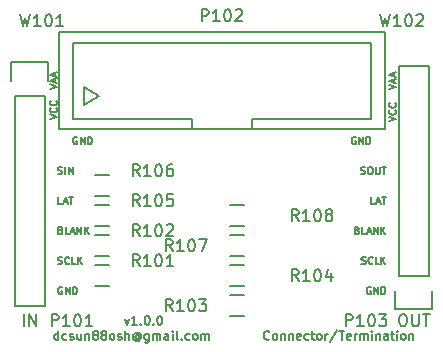
<source format=gbr>
G04 #@! TF.FileFunction,Legend,Top*
%FSLAX46Y46*%
G04 Gerber Fmt 4.6, Leading zero omitted, Abs format (unit mm)*
G04 Created by KiCad (PCBNEW (2015-12-09 BZR 6195)-product) date Sat Jun 25 23:21:16 2016*
%MOMM*%
G01*
G04 APERTURE LIST*
%ADD10C,0.100000*%
%ADD11C,0.150000*%
%ADD12C,2.032000*%
%ADD13C,1.016000*%
%ADD14R,1.500000X1.300000*%
%ADD15R,2.032000X1.778000*%
%ADD16C,2.499360*%
%ADD17R,1.778000X1.778000*%
%ADD18C,1.778000*%
%ADD19C,1.270000*%
G04 APERTURE END LIST*
D10*
D11*
X156108572Y-94950000D02*
X156051429Y-94921429D01*
X155965715Y-94921429D01*
X155880000Y-94950000D01*
X155822858Y-95007143D01*
X155794286Y-95064286D01*
X155765715Y-95178571D01*
X155765715Y-95264286D01*
X155794286Y-95378571D01*
X155822858Y-95435714D01*
X155880000Y-95492857D01*
X155965715Y-95521429D01*
X156022858Y-95521429D01*
X156108572Y-95492857D01*
X156137143Y-95464286D01*
X156137143Y-95264286D01*
X156022858Y-95264286D01*
X156394286Y-95521429D02*
X156394286Y-94921429D01*
X156737143Y-95521429D01*
X156737143Y-94921429D01*
X157022857Y-95521429D02*
X157022857Y-94921429D01*
X157165714Y-94921429D01*
X157251429Y-94950000D01*
X157308571Y-95007143D01*
X157337143Y-95064286D01*
X157365714Y-95178571D01*
X157365714Y-95264286D01*
X157337143Y-95378571D01*
X157308571Y-95435714D01*
X157251429Y-95492857D01*
X157165714Y-95521429D01*
X157022857Y-95521429D01*
X157378572Y-107650000D02*
X157321429Y-107621429D01*
X157235715Y-107621429D01*
X157150000Y-107650000D01*
X157092858Y-107707143D01*
X157064286Y-107764286D01*
X157035715Y-107878571D01*
X157035715Y-107964286D01*
X157064286Y-108078571D01*
X157092858Y-108135714D01*
X157150000Y-108192857D01*
X157235715Y-108221429D01*
X157292858Y-108221429D01*
X157378572Y-108192857D01*
X157407143Y-108164286D01*
X157407143Y-107964286D01*
X157292858Y-107964286D01*
X157664286Y-108221429D02*
X157664286Y-107621429D01*
X158007143Y-108221429D01*
X158007143Y-107621429D01*
X158292857Y-108221429D02*
X158292857Y-107621429D01*
X158435714Y-107621429D01*
X158521429Y-107650000D01*
X158578571Y-107707143D01*
X158607143Y-107764286D01*
X158635714Y-107878571D01*
X158635714Y-107964286D01*
X158607143Y-108078571D01*
X158578571Y-108135714D01*
X158521429Y-108192857D01*
X158435714Y-108221429D01*
X158292857Y-108221429D01*
X156264286Y-102827143D02*
X156350000Y-102855714D01*
X156378572Y-102884286D01*
X156407143Y-102941429D01*
X156407143Y-103027143D01*
X156378572Y-103084286D01*
X156350000Y-103112857D01*
X156292858Y-103141429D01*
X156064286Y-103141429D01*
X156064286Y-102541429D01*
X156264286Y-102541429D01*
X156321429Y-102570000D01*
X156350000Y-102598571D01*
X156378572Y-102655714D01*
X156378572Y-102712857D01*
X156350000Y-102770000D01*
X156321429Y-102798571D01*
X156264286Y-102827143D01*
X156064286Y-102827143D01*
X156950000Y-103141429D02*
X156664286Y-103141429D01*
X156664286Y-102541429D01*
X157121429Y-102970000D02*
X157407143Y-102970000D01*
X157064286Y-103141429D02*
X157264286Y-102541429D01*
X157464286Y-103141429D01*
X157664286Y-103141429D02*
X157664286Y-102541429D01*
X158007143Y-103141429D01*
X158007143Y-102541429D01*
X158292857Y-103141429D02*
X158292857Y-102541429D01*
X158635714Y-103141429D02*
X158378571Y-102798571D01*
X158635714Y-102541429D02*
X158292857Y-102884286D01*
X156607143Y-105652857D02*
X156692857Y-105681429D01*
X156835714Y-105681429D01*
X156892857Y-105652857D01*
X156921428Y-105624286D01*
X156950000Y-105567143D01*
X156950000Y-105510000D01*
X156921428Y-105452857D01*
X156892857Y-105424286D01*
X156835714Y-105395714D01*
X156721428Y-105367143D01*
X156664286Y-105338571D01*
X156635714Y-105310000D01*
X156607143Y-105252857D01*
X156607143Y-105195714D01*
X156635714Y-105138571D01*
X156664286Y-105110000D01*
X156721428Y-105081429D01*
X156864286Y-105081429D01*
X156950000Y-105110000D01*
X157550000Y-105624286D02*
X157521429Y-105652857D01*
X157435715Y-105681429D01*
X157378572Y-105681429D01*
X157292857Y-105652857D01*
X157235715Y-105595714D01*
X157207143Y-105538571D01*
X157178572Y-105424286D01*
X157178572Y-105338571D01*
X157207143Y-105224286D01*
X157235715Y-105167143D01*
X157292857Y-105110000D01*
X157378572Y-105081429D01*
X157435715Y-105081429D01*
X157521429Y-105110000D01*
X157550000Y-105138571D01*
X158092857Y-105681429D02*
X157807143Y-105681429D01*
X157807143Y-105081429D01*
X158292857Y-105681429D02*
X158292857Y-105081429D01*
X158635714Y-105681429D02*
X158378571Y-105338571D01*
X158635714Y-105081429D02*
X158292857Y-105424286D01*
X157721428Y-100601429D02*
X157435714Y-100601429D01*
X157435714Y-100001429D01*
X157892857Y-100430000D02*
X158178571Y-100430000D01*
X157835714Y-100601429D02*
X158035714Y-100001429D01*
X158235714Y-100601429D01*
X158350000Y-100001429D02*
X158692857Y-100001429D01*
X158521428Y-100601429D02*
X158521428Y-100001429D01*
X160036000Y-109942381D02*
X160226477Y-109942381D01*
X160321715Y-109990000D01*
X160416953Y-110085238D01*
X160464572Y-110275714D01*
X160464572Y-110609048D01*
X160416953Y-110799524D01*
X160321715Y-110894762D01*
X160226477Y-110942381D01*
X160036000Y-110942381D01*
X159940762Y-110894762D01*
X159845524Y-110799524D01*
X159797905Y-110609048D01*
X159797905Y-110275714D01*
X159845524Y-110085238D01*
X159940762Y-109990000D01*
X160036000Y-109942381D01*
X160893143Y-109942381D02*
X160893143Y-110751905D01*
X160940762Y-110847143D01*
X160988381Y-110894762D01*
X161083619Y-110942381D01*
X161274096Y-110942381D01*
X161369334Y-110894762D01*
X161416953Y-110847143D01*
X161464572Y-110751905D01*
X161464572Y-109942381D01*
X161797905Y-109942381D02*
X162369334Y-109942381D01*
X162083619Y-110942381D02*
X162083619Y-109942381D01*
X128000191Y-110942381D02*
X128000191Y-109942381D01*
X128476381Y-110942381D02*
X128476381Y-109942381D01*
X129047810Y-110942381D01*
X129047810Y-109942381D01*
X130227429Y-90874857D02*
X130827429Y-90674857D01*
X130227429Y-90474857D01*
X130656000Y-90303428D02*
X130656000Y-90017714D01*
X130827429Y-90360571D02*
X130227429Y-90160571D01*
X130827429Y-89960571D01*
X130656000Y-89789142D02*
X130656000Y-89503428D01*
X130827429Y-89846285D02*
X130227429Y-89646285D01*
X130827429Y-89446285D01*
X130227429Y-93414857D02*
X130827429Y-93214857D01*
X130227429Y-93014857D01*
X130770286Y-92472000D02*
X130798857Y-92500571D01*
X130827429Y-92586285D01*
X130827429Y-92643428D01*
X130798857Y-92729143D01*
X130741714Y-92786285D01*
X130684571Y-92814857D01*
X130570286Y-92843428D01*
X130484571Y-92843428D01*
X130370286Y-92814857D01*
X130313143Y-92786285D01*
X130256000Y-92729143D01*
X130227429Y-92643428D01*
X130227429Y-92586285D01*
X130256000Y-92500571D01*
X130284571Y-92472000D01*
X130770286Y-91872000D02*
X130798857Y-91900571D01*
X130827429Y-91986285D01*
X130827429Y-92043428D01*
X130798857Y-92129143D01*
X130741714Y-92186285D01*
X130684571Y-92214857D01*
X130570286Y-92243428D01*
X130484571Y-92243428D01*
X130370286Y-92214857D01*
X130313143Y-92186285D01*
X130256000Y-92129143D01*
X130227429Y-92043428D01*
X130227429Y-91986285D01*
X130256000Y-91900571D01*
X130284571Y-91872000D01*
X136568857Y-110329286D02*
X136747428Y-110829286D01*
X136926000Y-110329286D01*
X137604572Y-110829286D02*
X137176000Y-110829286D01*
X137390286Y-110829286D02*
X137390286Y-110079286D01*
X137318857Y-110186429D01*
X137247429Y-110257857D01*
X137176000Y-110293571D01*
X137926000Y-110757857D02*
X137961715Y-110793571D01*
X137926000Y-110829286D01*
X137890286Y-110793571D01*
X137926000Y-110757857D01*
X137926000Y-110829286D01*
X138426001Y-110079286D02*
X138497429Y-110079286D01*
X138568858Y-110115000D01*
X138604572Y-110150714D01*
X138640286Y-110222143D01*
X138676001Y-110365000D01*
X138676001Y-110543571D01*
X138640286Y-110686429D01*
X138604572Y-110757857D01*
X138568858Y-110793571D01*
X138497429Y-110829286D01*
X138426001Y-110829286D01*
X138354572Y-110793571D01*
X138318858Y-110757857D01*
X138283143Y-110686429D01*
X138247429Y-110543571D01*
X138247429Y-110365000D01*
X138283143Y-110222143D01*
X138318858Y-110150714D01*
X138354572Y-110115000D01*
X138426001Y-110079286D01*
X138997429Y-110757857D02*
X139033144Y-110793571D01*
X138997429Y-110829286D01*
X138961715Y-110793571D01*
X138997429Y-110757857D01*
X138997429Y-110829286D01*
X139497430Y-110079286D02*
X139568858Y-110079286D01*
X139640287Y-110115000D01*
X139676001Y-110150714D01*
X139711715Y-110222143D01*
X139747430Y-110365000D01*
X139747430Y-110543571D01*
X139711715Y-110686429D01*
X139676001Y-110757857D01*
X139640287Y-110793571D01*
X139568858Y-110829286D01*
X139497430Y-110829286D01*
X139426001Y-110793571D01*
X139390287Y-110757857D01*
X139354572Y-110686429D01*
X139318858Y-110543571D01*
X139318858Y-110365000D01*
X139354572Y-110222143D01*
X139390287Y-110150714D01*
X139426001Y-110115000D01*
X139497430Y-110079286D01*
X148811002Y-112027857D02*
X148775288Y-112063571D01*
X148668145Y-112099286D01*
X148596716Y-112099286D01*
X148489573Y-112063571D01*
X148418145Y-111992143D01*
X148382430Y-111920714D01*
X148346716Y-111777857D01*
X148346716Y-111670714D01*
X148382430Y-111527857D01*
X148418145Y-111456429D01*
X148489573Y-111385000D01*
X148596716Y-111349286D01*
X148668145Y-111349286D01*
X148775288Y-111385000D01*
X148811002Y-111420714D01*
X149239573Y-112099286D02*
X149168145Y-112063571D01*
X149132430Y-112027857D01*
X149096716Y-111956429D01*
X149096716Y-111742143D01*
X149132430Y-111670714D01*
X149168145Y-111635000D01*
X149239573Y-111599286D01*
X149346716Y-111599286D01*
X149418145Y-111635000D01*
X149453859Y-111670714D01*
X149489573Y-111742143D01*
X149489573Y-111956429D01*
X149453859Y-112027857D01*
X149418145Y-112063571D01*
X149346716Y-112099286D01*
X149239573Y-112099286D01*
X149811001Y-111599286D02*
X149811001Y-112099286D01*
X149811001Y-111670714D02*
X149846716Y-111635000D01*
X149918144Y-111599286D01*
X150025287Y-111599286D01*
X150096716Y-111635000D01*
X150132430Y-111706429D01*
X150132430Y-112099286D01*
X150489572Y-111599286D02*
X150489572Y-112099286D01*
X150489572Y-111670714D02*
X150525287Y-111635000D01*
X150596715Y-111599286D01*
X150703858Y-111599286D01*
X150775287Y-111635000D01*
X150811001Y-111706429D01*
X150811001Y-112099286D01*
X151453858Y-112063571D02*
X151382429Y-112099286D01*
X151239572Y-112099286D01*
X151168143Y-112063571D01*
X151132429Y-111992143D01*
X151132429Y-111706429D01*
X151168143Y-111635000D01*
X151239572Y-111599286D01*
X151382429Y-111599286D01*
X151453858Y-111635000D01*
X151489572Y-111706429D01*
X151489572Y-111777857D01*
X151132429Y-111849286D01*
X152132429Y-112063571D02*
X152061000Y-112099286D01*
X151918143Y-112099286D01*
X151846715Y-112063571D01*
X151811000Y-112027857D01*
X151775286Y-111956429D01*
X151775286Y-111742143D01*
X151811000Y-111670714D01*
X151846715Y-111635000D01*
X151918143Y-111599286D01*
X152061000Y-111599286D01*
X152132429Y-111635000D01*
X152346715Y-111599286D02*
X152632429Y-111599286D01*
X152453857Y-111349286D02*
X152453857Y-111992143D01*
X152489572Y-112063571D01*
X152561000Y-112099286D01*
X152632429Y-112099286D01*
X152989571Y-112099286D02*
X152918143Y-112063571D01*
X152882428Y-112027857D01*
X152846714Y-111956429D01*
X152846714Y-111742143D01*
X152882428Y-111670714D01*
X152918143Y-111635000D01*
X152989571Y-111599286D01*
X153096714Y-111599286D01*
X153168143Y-111635000D01*
X153203857Y-111670714D01*
X153239571Y-111742143D01*
X153239571Y-111956429D01*
X153203857Y-112027857D01*
X153168143Y-112063571D01*
X153096714Y-112099286D01*
X152989571Y-112099286D01*
X153560999Y-112099286D02*
X153560999Y-111599286D01*
X153560999Y-111742143D02*
X153596714Y-111670714D01*
X153632428Y-111635000D01*
X153703857Y-111599286D01*
X153775285Y-111599286D01*
X154561000Y-111313571D02*
X153918143Y-112277857D01*
X154703857Y-111349286D02*
X155132428Y-111349286D01*
X154918142Y-112099286D02*
X154918142Y-111349286D01*
X155668143Y-112063571D02*
X155596714Y-112099286D01*
X155453857Y-112099286D01*
X155382428Y-112063571D01*
X155346714Y-111992143D01*
X155346714Y-111706429D01*
X155382428Y-111635000D01*
X155453857Y-111599286D01*
X155596714Y-111599286D01*
X155668143Y-111635000D01*
X155703857Y-111706429D01*
X155703857Y-111777857D01*
X155346714Y-111849286D01*
X156025285Y-112099286D02*
X156025285Y-111599286D01*
X156025285Y-111742143D02*
X156061000Y-111670714D01*
X156096714Y-111635000D01*
X156168143Y-111599286D01*
X156239571Y-111599286D01*
X156489571Y-112099286D02*
X156489571Y-111599286D01*
X156489571Y-111670714D02*
X156525286Y-111635000D01*
X156596714Y-111599286D01*
X156703857Y-111599286D01*
X156775286Y-111635000D01*
X156811000Y-111706429D01*
X156811000Y-112099286D01*
X156811000Y-111706429D02*
X156846714Y-111635000D01*
X156918143Y-111599286D01*
X157025286Y-111599286D01*
X157096714Y-111635000D01*
X157132429Y-111706429D01*
X157132429Y-112099286D01*
X157489571Y-112099286D02*
X157489571Y-111599286D01*
X157489571Y-111349286D02*
X157453857Y-111385000D01*
X157489571Y-111420714D01*
X157525286Y-111385000D01*
X157489571Y-111349286D01*
X157489571Y-111420714D01*
X157846714Y-111599286D02*
X157846714Y-112099286D01*
X157846714Y-111670714D02*
X157882429Y-111635000D01*
X157953857Y-111599286D01*
X158061000Y-111599286D01*
X158132429Y-111635000D01*
X158168143Y-111706429D01*
X158168143Y-112099286D01*
X158846714Y-112099286D02*
X158846714Y-111706429D01*
X158811000Y-111635000D01*
X158739571Y-111599286D01*
X158596714Y-111599286D01*
X158525285Y-111635000D01*
X158846714Y-112063571D02*
X158775285Y-112099286D01*
X158596714Y-112099286D01*
X158525285Y-112063571D01*
X158489571Y-111992143D01*
X158489571Y-111920714D01*
X158525285Y-111849286D01*
X158596714Y-111813571D01*
X158775285Y-111813571D01*
X158846714Y-111777857D01*
X159096714Y-111599286D02*
X159382428Y-111599286D01*
X159203856Y-111349286D02*
X159203856Y-111992143D01*
X159239571Y-112063571D01*
X159310999Y-112099286D01*
X159382428Y-112099286D01*
X159632427Y-112099286D02*
X159632427Y-111599286D01*
X159632427Y-111349286D02*
X159596713Y-111385000D01*
X159632427Y-111420714D01*
X159668142Y-111385000D01*
X159632427Y-111349286D01*
X159632427Y-111420714D01*
X160096713Y-112099286D02*
X160025285Y-112063571D01*
X159989570Y-112027857D01*
X159953856Y-111956429D01*
X159953856Y-111742143D01*
X159989570Y-111670714D01*
X160025285Y-111635000D01*
X160096713Y-111599286D01*
X160203856Y-111599286D01*
X160275285Y-111635000D01*
X160310999Y-111670714D01*
X160346713Y-111742143D01*
X160346713Y-111956429D01*
X160310999Y-112027857D01*
X160275285Y-112063571D01*
X160203856Y-112099286D01*
X160096713Y-112099286D01*
X160668141Y-111599286D02*
X160668141Y-112099286D01*
X160668141Y-111670714D02*
X160703856Y-111635000D01*
X160775284Y-111599286D01*
X160882427Y-111599286D01*
X160953856Y-111635000D01*
X160989570Y-111706429D01*
X160989570Y-112099286D01*
X130945716Y-112099286D02*
X130945716Y-111349286D01*
X130945716Y-112063571D02*
X130874287Y-112099286D01*
X130731430Y-112099286D01*
X130660002Y-112063571D01*
X130624287Y-112027857D01*
X130588573Y-111956429D01*
X130588573Y-111742143D01*
X130624287Y-111670714D01*
X130660002Y-111635000D01*
X130731430Y-111599286D01*
X130874287Y-111599286D01*
X130945716Y-111635000D01*
X131624287Y-112063571D02*
X131552858Y-112099286D01*
X131410001Y-112099286D01*
X131338573Y-112063571D01*
X131302858Y-112027857D01*
X131267144Y-111956429D01*
X131267144Y-111742143D01*
X131302858Y-111670714D01*
X131338573Y-111635000D01*
X131410001Y-111599286D01*
X131552858Y-111599286D01*
X131624287Y-111635000D01*
X131910001Y-112063571D02*
X131981430Y-112099286D01*
X132124287Y-112099286D01*
X132195715Y-112063571D01*
X132231430Y-111992143D01*
X132231430Y-111956429D01*
X132195715Y-111885000D01*
X132124287Y-111849286D01*
X132017144Y-111849286D01*
X131945715Y-111813571D01*
X131910001Y-111742143D01*
X131910001Y-111706429D01*
X131945715Y-111635000D01*
X132017144Y-111599286D01*
X132124287Y-111599286D01*
X132195715Y-111635000D01*
X132874287Y-111599286D02*
X132874287Y-112099286D01*
X132552858Y-111599286D02*
X132552858Y-111992143D01*
X132588573Y-112063571D01*
X132660001Y-112099286D01*
X132767144Y-112099286D01*
X132838573Y-112063571D01*
X132874287Y-112027857D01*
X133231429Y-111599286D02*
X133231429Y-112099286D01*
X133231429Y-111670714D02*
X133267144Y-111635000D01*
X133338572Y-111599286D01*
X133445715Y-111599286D01*
X133517144Y-111635000D01*
X133552858Y-111706429D01*
X133552858Y-112099286D01*
X134017143Y-111670714D02*
X133945715Y-111635000D01*
X133910000Y-111599286D01*
X133874286Y-111527857D01*
X133874286Y-111492143D01*
X133910000Y-111420714D01*
X133945715Y-111385000D01*
X134017143Y-111349286D01*
X134160000Y-111349286D01*
X134231429Y-111385000D01*
X134267143Y-111420714D01*
X134302858Y-111492143D01*
X134302858Y-111527857D01*
X134267143Y-111599286D01*
X134231429Y-111635000D01*
X134160000Y-111670714D01*
X134017143Y-111670714D01*
X133945715Y-111706429D01*
X133910000Y-111742143D01*
X133874286Y-111813571D01*
X133874286Y-111956429D01*
X133910000Y-112027857D01*
X133945715Y-112063571D01*
X134017143Y-112099286D01*
X134160000Y-112099286D01*
X134231429Y-112063571D01*
X134267143Y-112027857D01*
X134302858Y-111956429D01*
X134302858Y-111813571D01*
X134267143Y-111742143D01*
X134231429Y-111706429D01*
X134160000Y-111670714D01*
X134731429Y-111670714D02*
X134660001Y-111635000D01*
X134624286Y-111599286D01*
X134588572Y-111527857D01*
X134588572Y-111492143D01*
X134624286Y-111420714D01*
X134660001Y-111385000D01*
X134731429Y-111349286D01*
X134874286Y-111349286D01*
X134945715Y-111385000D01*
X134981429Y-111420714D01*
X135017144Y-111492143D01*
X135017144Y-111527857D01*
X134981429Y-111599286D01*
X134945715Y-111635000D01*
X134874286Y-111670714D01*
X134731429Y-111670714D01*
X134660001Y-111706429D01*
X134624286Y-111742143D01*
X134588572Y-111813571D01*
X134588572Y-111956429D01*
X134624286Y-112027857D01*
X134660001Y-112063571D01*
X134731429Y-112099286D01*
X134874286Y-112099286D01*
X134945715Y-112063571D01*
X134981429Y-112027857D01*
X135017144Y-111956429D01*
X135017144Y-111813571D01*
X134981429Y-111742143D01*
X134945715Y-111706429D01*
X134874286Y-111670714D01*
X135445715Y-112099286D02*
X135374287Y-112063571D01*
X135338572Y-112027857D01*
X135302858Y-111956429D01*
X135302858Y-111742143D01*
X135338572Y-111670714D01*
X135374287Y-111635000D01*
X135445715Y-111599286D01*
X135552858Y-111599286D01*
X135624287Y-111635000D01*
X135660001Y-111670714D01*
X135695715Y-111742143D01*
X135695715Y-111956429D01*
X135660001Y-112027857D01*
X135624287Y-112063571D01*
X135552858Y-112099286D01*
X135445715Y-112099286D01*
X135981429Y-112063571D02*
X136052858Y-112099286D01*
X136195715Y-112099286D01*
X136267143Y-112063571D01*
X136302858Y-111992143D01*
X136302858Y-111956429D01*
X136267143Y-111885000D01*
X136195715Y-111849286D01*
X136088572Y-111849286D01*
X136017143Y-111813571D01*
X135981429Y-111742143D01*
X135981429Y-111706429D01*
X136017143Y-111635000D01*
X136088572Y-111599286D01*
X136195715Y-111599286D01*
X136267143Y-111635000D01*
X136624286Y-112099286D02*
X136624286Y-111349286D01*
X136945715Y-112099286D02*
X136945715Y-111706429D01*
X136910001Y-111635000D01*
X136838572Y-111599286D01*
X136731429Y-111599286D01*
X136660001Y-111635000D01*
X136624286Y-111670714D01*
X137767143Y-111742143D02*
X137731429Y-111706429D01*
X137660000Y-111670714D01*
X137588572Y-111670714D01*
X137517143Y-111706429D01*
X137481429Y-111742143D01*
X137445715Y-111813571D01*
X137445715Y-111885000D01*
X137481429Y-111956429D01*
X137517143Y-111992143D01*
X137588572Y-112027857D01*
X137660000Y-112027857D01*
X137731429Y-111992143D01*
X137767143Y-111956429D01*
X137767143Y-111670714D02*
X137767143Y-111956429D01*
X137802857Y-111992143D01*
X137838572Y-111992143D01*
X137910000Y-111956429D01*
X137945715Y-111885000D01*
X137945715Y-111706429D01*
X137874286Y-111599286D01*
X137767143Y-111527857D01*
X137624286Y-111492143D01*
X137481429Y-111527857D01*
X137374286Y-111599286D01*
X137302857Y-111706429D01*
X137267143Y-111849286D01*
X137302857Y-111992143D01*
X137374286Y-112099286D01*
X137481429Y-112170714D01*
X137624286Y-112206429D01*
X137767143Y-112170714D01*
X137874286Y-112099286D01*
X138588572Y-111599286D02*
X138588572Y-112206429D01*
X138552858Y-112277857D01*
X138517143Y-112313571D01*
X138445715Y-112349286D01*
X138338572Y-112349286D01*
X138267143Y-112313571D01*
X138588572Y-112063571D02*
X138517143Y-112099286D01*
X138374286Y-112099286D01*
X138302858Y-112063571D01*
X138267143Y-112027857D01*
X138231429Y-111956429D01*
X138231429Y-111742143D01*
X138267143Y-111670714D01*
X138302858Y-111635000D01*
X138374286Y-111599286D01*
X138517143Y-111599286D01*
X138588572Y-111635000D01*
X138945714Y-112099286D02*
X138945714Y-111599286D01*
X138945714Y-111670714D02*
X138981429Y-111635000D01*
X139052857Y-111599286D01*
X139160000Y-111599286D01*
X139231429Y-111635000D01*
X139267143Y-111706429D01*
X139267143Y-112099286D01*
X139267143Y-111706429D02*
X139302857Y-111635000D01*
X139374286Y-111599286D01*
X139481429Y-111599286D01*
X139552857Y-111635000D01*
X139588572Y-111706429D01*
X139588572Y-112099286D01*
X140267143Y-112099286D02*
X140267143Y-111706429D01*
X140231429Y-111635000D01*
X140160000Y-111599286D01*
X140017143Y-111599286D01*
X139945714Y-111635000D01*
X140267143Y-112063571D02*
X140195714Y-112099286D01*
X140017143Y-112099286D01*
X139945714Y-112063571D01*
X139910000Y-111992143D01*
X139910000Y-111920714D01*
X139945714Y-111849286D01*
X140017143Y-111813571D01*
X140195714Y-111813571D01*
X140267143Y-111777857D01*
X140624285Y-112099286D02*
X140624285Y-111599286D01*
X140624285Y-111349286D02*
X140588571Y-111385000D01*
X140624285Y-111420714D01*
X140660000Y-111385000D01*
X140624285Y-111349286D01*
X140624285Y-111420714D01*
X141088571Y-112099286D02*
X141017143Y-112063571D01*
X140981428Y-111992143D01*
X140981428Y-111349286D01*
X141374285Y-112027857D02*
X141410000Y-112063571D01*
X141374285Y-112099286D01*
X141338571Y-112063571D01*
X141374285Y-112027857D01*
X141374285Y-112099286D01*
X142052857Y-112063571D02*
X141981428Y-112099286D01*
X141838571Y-112099286D01*
X141767143Y-112063571D01*
X141731428Y-112027857D01*
X141695714Y-111956429D01*
X141695714Y-111742143D01*
X141731428Y-111670714D01*
X141767143Y-111635000D01*
X141838571Y-111599286D01*
X141981428Y-111599286D01*
X142052857Y-111635000D01*
X142481428Y-112099286D02*
X142410000Y-112063571D01*
X142374285Y-112027857D01*
X142338571Y-111956429D01*
X142338571Y-111742143D01*
X142374285Y-111670714D01*
X142410000Y-111635000D01*
X142481428Y-111599286D01*
X142588571Y-111599286D01*
X142660000Y-111635000D01*
X142695714Y-111670714D01*
X142731428Y-111742143D01*
X142731428Y-111956429D01*
X142695714Y-112027857D01*
X142660000Y-112063571D01*
X142588571Y-112099286D01*
X142481428Y-112099286D01*
X143052856Y-112099286D02*
X143052856Y-111599286D01*
X143052856Y-111670714D02*
X143088571Y-111635000D01*
X143159999Y-111599286D01*
X143267142Y-111599286D01*
X143338571Y-111635000D01*
X143374285Y-111706429D01*
X143374285Y-112099286D01*
X143374285Y-111706429D02*
X143409999Y-111635000D01*
X143481428Y-111599286D01*
X143588571Y-111599286D01*
X143659999Y-111635000D01*
X143695714Y-111706429D01*
X143695714Y-112099286D01*
X156578572Y-98032857D02*
X156664286Y-98061429D01*
X156807143Y-98061429D01*
X156864286Y-98032857D01*
X156892857Y-98004286D01*
X156921429Y-97947143D01*
X156921429Y-97890000D01*
X156892857Y-97832857D01*
X156864286Y-97804286D01*
X156807143Y-97775714D01*
X156692857Y-97747143D01*
X156635715Y-97718571D01*
X156607143Y-97690000D01*
X156578572Y-97632857D01*
X156578572Y-97575714D01*
X156607143Y-97518571D01*
X156635715Y-97490000D01*
X156692857Y-97461429D01*
X156835715Y-97461429D01*
X156921429Y-97490000D01*
X157292858Y-97461429D02*
X157407144Y-97461429D01*
X157464286Y-97490000D01*
X157521429Y-97547143D01*
X157550001Y-97661429D01*
X157550001Y-97861429D01*
X157521429Y-97975714D01*
X157464286Y-98032857D01*
X157407144Y-98061429D01*
X157292858Y-98061429D01*
X157235715Y-98032857D01*
X157178572Y-97975714D01*
X157150001Y-97861429D01*
X157150001Y-97661429D01*
X157178572Y-97547143D01*
X157235715Y-97490000D01*
X157292858Y-97461429D01*
X157807143Y-97461429D02*
X157807143Y-97947143D01*
X157835715Y-98004286D01*
X157864286Y-98032857D01*
X157921429Y-98061429D01*
X158035715Y-98061429D01*
X158092857Y-98032857D01*
X158121429Y-98004286D01*
X158150000Y-97947143D01*
X158150000Y-97461429D01*
X158350000Y-97461429D02*
X158692857Y-97461429D01*
X158521428Y-98061429D02*
X158521428Y-97461429D01*
X158929429Y-90893715D02*
X159529429Y-90693715D01*
X158929429Y-90493715D01*
X159358000Y-90322286D02*
X159358000Y-90036572D01*
X159529429Y-90379429D02*
X158929429Y-90179429D01*
X159529429Y-89979429D01*
X159358000Y-89808000D02*
X159358000Y-89522286D01*
X159529429Y-89865143D02*
X158929429Y-89665143D01*
X159529429Y-89465143D01*
X158929429Y-93605143D02*
X159529429Y-93405143D01*
X158929429Y-93205143D01*
X159472286Y-92662286D02*
X159500857Y-92690857D01*
X159529429Y-92776571D01*
X159529429Y-92833714D01*
X159500857Y-92919429D01*
X159443714Y-92976571D01*
X159386571Y-93005143D01*
X159272286Y-93033714D01*
X159186571Y-93033714D01*
X159072286Y-93005143D01*
X159015143Y-92976571D01*
X158958000Y-92919429D01*
X158929429Y-92833714D01*
X158929429Y-92776571D01*
X158958000Y-92690857D01*
X158986571Y-92662286D01*
X159472286Y-92062286D02*
X159500857Y-92090857D01*
X159529429Y-92176571D01*
X159529429Y-92233714D01*
X159500857Y-92319429D01*
X159443714Y-92376571D01*
X159386571Y-92405143D01*
X159272286Y-92433714D01*
X159186571Y-92433714D01*
X159072286Y-92405143D01*
X159015143Y-92376571D01*
X158958000Y-92319429D01*
X158929429Y-92233714D01*
X158929429Y-92176571D01*
X158958000Y-92090857D01*
X158986571Y-92062286D01*
X132537143Y-94950000D02*
X132480000Y-94921429D01*
X132394286Y-94921429D01*
X132308571Y-94950000D01*
X132251429Y-95007143D01*
X132222857Y-95064286D01*
X132194286Y-95178571D01*
X132194286Y-95264286D01*
X132222857Y-95378571D01*
X132251429Y-95435714D01*
X132308571Y-95492857D01*
X132394286Y-95521429D01*
X132451429Y-95521429D01*
X132537143Y-95492857D01*
X132565714Y-95464286D01*
X132565714Y-95264286D01*
X132451429Y-95264286D01*
X132822857Y-95521429D02*
X132822857Y-94921429D01*
X133165714Y-95521429D01*
X133165714Y-94921429D01*
X133451428Y-95521429D02*
X133451428Y-94921429D01*
X133594285Y-94921429D01*
X133680000Y-94950000D01*
X133737142Y-95007143D01*
X133765714Y-95064286D01*
X133794285Y-95178571D01*
X133794285Y-95264286D01*
X133765714Y-95378571D01*
X133737142Y-95435714D01*
X133680000Y-95492857D01*
X133594285Y-95521429D01*
X133451428Y-95521429D01*
X130924286Y-98032857D02*
X131010000Y-98061429D01*
X131152857Y-98061429D01*
X131210000Y-98032857D01*
X131238571Y-98004286D01*
X131267143Y-97947143D01*
X131267143Y-97890000D01*
X131238571Y-97832857D01*
X131210000Y-97804286D01*
X131152857Y-97775714D01*
X131038571Y-97747143D01*
X130981429Y-97718571D01*
X130952857Y-97690000D01*
X130924286Y-97632857D01*
X130924286Y-97575714D01*
X130952857Y-97518571D01*
X130981429Y-97490000D01*
X131038571Y-97461429D01*
X131181429Y-97461429D01*
X131267143Y-97490000D01*
X131524286Y-98061429D02*
X131524286Y-97461429D01*
X131810000Y-98061429D02*
X131810000Y-97461429D01*
X132152857Y-98061429D01*
X132152857Y-97461429D01*
X131238571Y-100601429D02*
X130952857Y-100601429D01*
X130952857Y-100001429D01*
X131410000Y-100430000D02*
X131695714Y-100430000D01*
X131352857Y-100601429D02*
X131552857Y-100001429D01*
X131752857Y-100601429D01*
X131867143Y-100001429D02*
X132210000Y-100001429D01*
X132038571Y-100601429D02*
X132038571Y-100001429D01*
X131152857Y-102827143D02*
X131238571Y-102855714D01*
X131267143Y-102884286D01*
X131295714Y-102941429D01*
X131295714Y-103027143D01*
X131267143Y-103084286D01*
X131238571Y-103112857D01*
X131181429Y-103141429D01*
X130952857Y-103141429D01*
X130952857Y-102541429D01*
X131152857Y-102541429D01*
X131210000Y-102570000D01*
X131238571Y-102598571D01*
X131267143Y-102655714D01*
X131267143Y-102712857D01*
X131238571Y-102770000D01*
X131210000Y-102798571D01*
X131152857Y-102827143D01*
X130952857Y-102827143D01*
X131838571Y-103141429D02*
X131552857Y-103141429D01*
X131552857Y-102541429D01*
X132010000Y-102970000D02*
X132295714Y-102970000D01*
X131952857Y-103141429D02*
X132152857Y-102541429D01*
X132352857Y-103141429D01*
X132552857Y-103141429D02*
X132552857Y-102541429D01*
X132895714Y-103141429D01*
X132895714Y-102541429D01*
X133181428Y-103141429D02*
X133181428Y-102541429D01*
X133524285Y-103141429D02*
X133267142Y-102798571D01*
X133524285Y-102541429D02*
X133181428Y-102884286D01*
X130924286Y-105652857D02*
X131010000Y-105681429D01*
X131152857Y-105681429D01*
X131210000Y-105652857D01*
X131238571Y-105624286D01*
X131267143Y-105567143D01*
X131267143Y-105510000D01*
X131238571Y-105452857D01*
X131210000Y-105424286D01*
X131152857Y-105395714D01*
X131038571Y-105367143D01*
X130981429Y-105338571D01*
X130952857Y-105310000D01*
X130924286Y-105252857D01*
X130924286Y-105195714D01*
X130952857Y-105138571D01*
X130981429Y-105110000D01*
X131038571Y-105081429D01*
X131181429Y-105081429D01*
X131267143Y-105110000D01*
X131867143Y-105624286D02*
X131838572Y-105652857D01*
X131752858Y-105681429D01*
X131695715Y-105681429D01*
X131610000Y-105652857D01*
X131552858Y-105595714D01*
X131524286Y-105538571D01*
X131495715Y-105424286D01*
X131495715Y-105338571D01*
X131524286Y-105224286D01*
X131552858Y-105167143D01*
X131610000Y-105110000D01*
X131695715Y-105081429D01*
X131752858Y-105081429D01*
X131838572Y-105110000D01*
X131867143Y-105138571D01*
X132410000Y-105681429D02*
X132124286Y-105681429D01*
X132124286Y-105081429D01*
X132610000Y-105681429D02*
X132610000Y-105081429D01*
X132952857Y-105681429D02*
X132695714Y-105338571D01*
X132952857Y-105081429D02*
X132610000Y-105424286D01*
X131267143Y-107650000D02*
X131210000Y-107621429D01*
X131124286Y-107621429D01*
X131038571Y-107650000D01*
X130981429Y-107707143D01*
X130952857Y-107764286D01*
X130924286Y-107878571D01*
X130924286Y-107964286D01*
X130952857Y-108078571D01*
X130981429Y-108135714D01*
X131038571Y-108192857D01*
X131124286Y-108221429D01*
X131181429Y-108221429D01*
X131267143Y-108192857D01*
X131295714Y-108164286D01*
X131295714Y-107964286D01*
X131181429Y-107964286D01*
X131552857Y-108221429D02*
X131552857Y-107621429D01*
X131895714Y-108221429D01*
X131895714Y-107621429D01*
X132181428Y-108221429D02*
X132181428Y-107621429D01*
X132324285Y-107621429D01*
X132410000Y-107650000D01*
X132467142Y-107707143D01*
X132495714Y-107764286D01*
X132524285Y-107878571D01*
X132524285Y-107964286D01*
X132495714Y-108078571D01*
X132467142Y-108135714D01*
X132410000Y-108192857D01*
X132324285Y-108221429D01*
X132181428Y-108221429D01*
X135220000Y-107555000D02*
X134020000Y-107555000D01*
X134020000Y-105805000D02*
X135220000Y-105805000D01*
X134020000Y-103265000D02*
X135220000Y-103265000D01*
X135220000Y-105015000D02*
X134020000Y-105015000D01*
X146650000Y-110095000D02*
X145450000Y-110095000D01*
X145450000Y-108345000D02*
X146650000Y-108345000D01*
X145450000Y-105805000D02*
X146650000Y-105805000D01*
X146650000Y-107555000D02*
X145450000Y-107555000D01*
X135220000Y-102475000D02*
X134020000Y-102475000D01*
X134020000Y-100725000D02*
X135220000Y-100725000D01*
X134020000Y-98185000D02*
X135220000Y-98185000D01*
X135220000Y-99935000D02*
X134020000Y-99935000D01*
X146650000Y-105015000D02*
X145450000Y-105015000D01*
X145450000Y-103265000D02*
X146650000Y-103265000D01*
X145450000Y-100725000D02*
X146650000Y-100725000D01*
X146650000Y-102475000D02*
X145450000Y-102475000D01*
X129794000Y-91440000D02*
X129794000Y-109220000D01*
X129794000Y-109220000D02*
X127254000Y-109220000D01*
X127254000Y-109220000D02*
X127254000Y-91440000D01*
X130074000Y-88620000D02*
X130074000Y-90170000D01*
X129794000Y-91440000D02*
X127254000Y-91440000D01*
X126974000Y-90170000D02*
X126974000Y-88620000D01*
X126974000Y-88620000D02*
X130074000Y-88620000D01*
X159766000Y-106680000D02*
X159766000Y-88900000D01*
X159766000Y-88900000D02*
X162306000Y-88900000D01*
X162306000Y-88900000D02*
X162306000Y-106680000D01*
X159486000Y-109500000D02*
X159486000Y-107950000D01*
X159766000Y-106680000D02*
X162306000Y-106680000D01*
X162586000Y-107950000D02*
X162586000Y-109500000D01*
X162586000Y-109500000D02*
X159486000Y-109500000D01*
X142240000Y-94270000D02*
X142240000Y-93370000D01*
X142240000Y-93370000D02*
X132180000Y-93370000D01*
X132180000Y-93370000D02*
X132180000Y-86970000D01*
X132180000Y-86970000D02*
X157380000Y-86970000D01*
X157380000Y-86970000D02*
X157380000Y-93370000D01*
X157380000Y-93370000D02*
X147320000Y-93370000D01*
X147320000Y-93370000D02*
X147320000Y-94270000D01*
X130980000Y-94270000D02*
X130980000Y-86070000D01*
X130980000Y-86070000D02*
X158580000Y-86070000D01*
X158580000Y-86070000D02*
X158580000Y-94270000D01*
X158580000Y-94270000D02*
X130980000Y-94270000D01*
X134366000Y-91440000D02*
X133096000Y-90678000D01*
X133096000Y-90678000D02*
X133096000Y-92202000D01*
X133096000Y-92202000D02*
X134366000Y-91440000D01*
X137818953Y-105862381D02*
X137485619Y-105386190D01*
X137247524Y-105862381D02*
X137247524Y-104862381D01*
X137628477Y-104862381D01*
X137723715Y-104910000D01*
X137771334Y-104957619D01*
X137818953Y-105052857D01*
X137818953Y-105195714D01*
X137771334Y-105290952D01*
X137723715Y-105338571D01*
X137628477Y-105386190D01*
X137247524Y-105386190D01*
X138771334Y-105862381D02*
X138199905Y-105862381D01*
X138485619Y-105862381D02*
X138485619Y-104862381D01*
X138390381Y-105005238D01*
X138295143Y-105100476D01*
X138199905Y-105148095D01*
X139390381Y-104862381D02*
X139485620Y-104862381D01*
X139580858Y-104910000D01*
X139628477Y-104957619D01*
X139676096Y-105052857D01*
X139723715Y-105243333D01*
X139723715Y-105481429D01*
X139676096Y-105671905D01*
X139628477Y-105767143D01*
X139580858Y-105814762D01*
X139485620Y-105862381D01*
X139390381Y-105862381D01*
X139295143Y-105814762D01*
X139247524Y-105767143D01*
X139199905Y-105671905D01*
X139152286Y-105481429D01*
X139152286Y-105243333D01*
X139199905Y-105052857D01*
X139247524Y-104957619D01*
X139295143Y-104910000D01*
X139390381Y-104862381D01*
X140676096Y-105862381D02*
X140104667Y-105862381D01*
X140390381Y-105862381D02*
X140390381Y-104862381D01*
X140295143Y-105005238D01*
X140199905Y-105100476D01*
X140104667Y-105148095D01*
X137818953Y-103322381D02*
X137485619Y-102846190D01*
X137247524Y-103322381D02*
X137247524Y-102322381D01*
X137628477Y-102322381D01*
X137723715Y-102370000D01*
X137771334Y-102417619D01*
X137818953Y-102512857D01*
X137818953Y-102655714D01*
X137771334Y-102750952D01*
X137723715Y-102798571D01*
X137628477Y-102846190D01*
X137247524Y-102846190D01*
X138771334Y-103322381D02*
X138199905Y-103322381D01*
X138485619Y-103322381D02*
X138485619Y-102322381D01*
X138390381Y-102465238D01*
X138295143Y-102560476D01*
X138199905Y-102608095D01*
X139390381Y-102322381D02*
X139485620Y-102322381D01*
X139580858Y-102370000D01*
X139628477Y-102417619D01*
X139676096Y-102512857D01*
X139723715Y-102703333D01*
X139723715Y-102941429D01*
X139676096Y-103131905D01*
X139628477Y-103227143D01*
X139580858Y-103274762D01*
X139485620Y-103322381D01*
X139390381Y-103322381D01*
X139295143Y-103274762D01*
X139247524Y-103227143D01*
X139199905Y-103131905D01*
X139152286Y-102941429D01*
X139152286Y-102703333D01*
X139199905Y-102512857D01*
X139247524Y-102417619D01*
X139295143Y-102370000D01*
X139390381Y-102322381D01*
X140104667Y-102417619D02*
X140152286Y-102370000D01*
X140247524Y-102322381D01*
X140485620Y-102322381D01*
X140580858Y-102370000D01*
X140628477Y-102417619D01*
X140676096Y-102512857D01*
X140676096Y-102608095D01*
X140628477Y-102750952D01*
X140057048Y-103322381D01*
X140676096Y-103322381D01*
X140612953Y-109672381D02*
X140279619Y-109196190D01*
X140041524Y-109672381D02*
X140041524Y-108672381D01*
X140422477Y-108672381D01*
X140517715Y-108720000D01*
X140565334Y-108767619D01*
X140612953Y-108862857D01*
X140612953Y-109005714D01*
X140565334Y-109100952D01*
X140517715Y-109148571D01*
X140422477Y-109196190D01*
X140041524Y-109196190D01*
X141565334Y-109672381D02*
X140993905Y-109672381D01*
X141279619Y-109672381D02*
X141279619Y-108672381D01*
X141184381Y-108815238D01*
X141089143Y-108910476D01*
X140993905Y-108958095D01*
X142184381Y-108672381D02*
X142279620Y-108672381D01*
X142374858Y-108720000D01*
X142422477Y-108767619D01*
X142470096Y-108862857D01*
X142517715Y-109053333D01*
X142517715Y-109291429D01*
X142470096Y-109481905D01*
X142422477Y-109577143D01*
X142374858Y-109624762D01*
X142279620Y-109672381D01*
X142184381Y-109672381D01*
X142089143Y-109624762D01*
X142041524Y-109577143D01*
X141993905Y-109481905D01*
X141946286Y-109291429D01*
X141946286Y-109053333D01*
X141993905Y-108862857D01*
X142041524Y-108767619D01*
X142089143Y-108720000D01*
X142184381Y-108672381D01*
X142851048Y-108672381D02*
X143470096Y-108672381D01*
X143136762Y-109053333D01*
X143279620Y-109053333D01*
X143374858Y-109100952D01*
X143422477Y-109148571D01*
X143470096Y-109243810D01*
X143470096Y-109481905D01*
X143422477Y-109577143D01*
X143374858Y-109624762D01*
X143279620Y-109672381D01*
X142993905Y-109672381D01*
X142898667Y-109624762D01*
X142851048Y-109577143D01*
X151280953Y-107132381D02*
X150947619Y-106656190D01*
X150709524Y-107132381D02*
X150709524Y-106132381D01*
X151090477Y-106132381D01*
X151185715Y-106180000D01*
X151233334Y-106227619D01*
X151280953Y-106322857D01*
X151280953Y-106465714D01*
X151233334Y-106560952D01*
X151185715Y-106608571D01*
X151090477Y-106656190D01*
X150709524Y-106656190D01*
X152233334Y-107132381D02*
X151661905Y-107132381D01*
X151947619Y-107132381D02*
X151947619Y-106132381D01*
X151852381Y-106275238D01*
X151757143Y-106370476D01*
X151661905Y-106418095D01*
X152852381Y-106132381D02*
X152947620Y-106132381D01*
X153042858Y-106180000D01*
X153090477Y-106227619D01*
X153138096Y-106322857D01*
X153185715Y-106513333D01*
X153185715Y-106751429D01*
X153138096Y-106941905D01*
X153090477Y-107037143D01*
X153042858Y-107084762D01*
X152947620Y-107132381D01*
X152852381Y-107132381D01*
X152757143Y-107084762D01*
X152709524Y-107037143D01*
X152661905Y-106941905D01*
X152614286Y-106751429D01*
X152614286Y-106513333D01*
X152661905Y-106322857D01*
X152709524Y-106227619D01*
X152757143Y-106180000D01*
X152852381Y-106132381D01*
X154042858Y-106465714D02*
X154042858Y-107132381D01*
X153804762Y-106084762D02*
X153566667Y-106799048D01*
X154185715Y-106799048D01*
X137818953Y-100782381D02*
X137485619Y-100306190D01*
X137247524Y-100782381D02*
X137247524Y-99782381D01*
X137628477Y-99782381D01*
X137723715Y-99830000D01*
X137771334Y-99877619D01*
X137818953Y-99972857D01*
X137818953Y-100115714D01*
X137771334Y-100210952D01*
X137723715Y-100258571D01*
X137628477Y-100306190D01*
X137247524Y-100306190D01*
X138771334Y-100782381D02*
X138199905Y-100782381D01*
X138485619Y-100782381D02*
X138485619Y-99782381D01*
X138390381Y-99925238D01*
X138295143Y-100020476D01*
X138199905Y-100068095D01*
X139390381Y-99782381D02*
X139485620Y-99782381D01*
X139580858Y-99830000D01*
X139628477Y-99877619D01*
X139676096Y-99972857D01*
X139723715Y-100163333D01*
X139723715Y-100401429D01*
X139676096Y-100591905D01*
X139628477Y-100687143D01*
X139580858Y-100734762D01*
X139485620Y-100782381D01*
X139390381Y-100782381D01*
X139295143Y-100734762D01*
X139247524Y-100687143D01*
X139199905Y-100591905D01*
X139152286Y-100401429D01*
X139152286Y-100163333D01*
X139199905Y-99972857D01*
X139247524Y-99877619D01*
X139295143Y-99830000D01*
X139390381Y-99782381D01*
X140628477Y-99782381D02*
X140152286Y-99782381D01*
X140104667Y-100258571D01*
X140152286Y-100210952D01*
X140247524Y-100163333D01*
X140485620Y-100163333D01*
X140580858Y-100210952D01*
X140628477Y-100258571D01*
X140676096Y-100353810D01*
X140676096Y-100591905D01*
X140628477Y-100687143D01*
X140580858Y-100734762D01*
X140485620Y-100782381D01*
X140247524Y-100782381D01*
X140152286Y-100734762D01*
X140104667Y-100687143D01*
X137818953Y-98242381D02*
X137485619Y-97766190D01*
X137247524Y-98242381D02*
X137247524Y-97242381D01*
X137628477Y-97242381D01*
X137723715Y-97290000D01*
X137771334Y-97337619D01*
X137818953Y-97432857D01*
X137818953Y-97575714D01*
X137771334Y-97670952D01*
X137723715Y-97718571D01*
X137628477Y-97766190D01*
X137247524Y-97766190D01*
X138771334Y-98242381D02*
X138199905Y-98242381D01*
X138485619Y-98242381D02*
X138485619Y-97242381D01*
X138390381Y-97385238D01*
X138295143Y-97480476D01*
X138199905Y-97528095D01*
X139390381Y-97242381D02*
X139485620Y-97242381D01*
X139580858Y-97290000D01*
X139628477Y-97337619D01*
X139676096Y-97432857D01*
X139723715Y-97623333D01*
X139723715Y-97861429D01*
X139676096Y-98051905D01*
X139628477Y-98147143D01*
X139580858Y-98194762D01*
X139485620Y-98242381D01*
X139390381Y-98242381D01*
X139295143Y-98194762D01*
X139247524Y-98147143D01*
X139199905Y-98051905D01*
X139152286Y-97861429D01*
X139152286Y-97623333D01*
X139199905Y-97432857D01*
X139247524Y-97337619D01*
X139295143Y-97290000D01*
X139390381Y-97242381D01*
X140580858Y-97242381D02*
X140390381Y-97242381D01*
X140295143Y-97290000D01*
X140247524Y-97337619D01*
X140152286Y-97480476D01*
X140104667Y-97670952D01*
X140104667Y-98051905D01*
X140152286Y-98147143D01*
X140199905Y-98194762D01*
X140295143Y-98242381D01*
X140485620Y-98242381D01*
X140580858Y-98194762D01*
X140628477Y-98147143D01*
X140676096Y-98051905D01*
X140676096Y-97813810D01*
X140628477Y-97718571D01*
X140580858Y-97670952D01*
X140485620Y-97623333D01*
X140295143Y-97623333D01*
X140199905Y-97670952D01*
X140152286Y-97718571D01*
X140104667Y-97813810D01*
X140612953Y-104592381D02*
X140279619Y-104116190D01*
X140041524Y-104592381D02*
X140041524Y-103592381D01*
X140422477Y-103592381D01*
X140517715Y-103640000D01*
X140565334Y-103687619D01*
X140612953Y-103782857D01*
X140612953Y-103925714D01*
X140565334Y-104020952D01*
X140517715Y-104068571D01*
X140422477Y-104116190D01*
X140041524Y-104116190D01*
X141565334Y-104592381D02*
X140993905Y-104592381D01*
X141279619Y-104592381D02*
X141279619Y-103592381D01*
X141184381Y-103735238D01*
X141089143Y-103830476D01*
X140993905Y-103878095D01*
X142184381Y-103592381D02*
X142279620Y-103592381D01*
X142374858Y-103640000D01*
X142422477Y-103687619D01*
X142470096Y-103782857D01*
X142517715Y-103973333D01*
X142517715Y-104211429D01*
X142470096Y-104401905D01*
X142422477Y-104497143D01*
X142374858Y-104544762D01*
X142279620Y-104592381D01*
X142184381Y-104592381D01*
X142089143Y-104544762D01*
X142041524Y-104497143D01*
X141993905Y-104401905D01*
X141946286Y-104211429D01*
X141946286Y-103973333D01*
X141993905Y-103782857D01*
X142041524Y-103687619D01*
X142089143Y-103640000D01*
X142184381Y-103592381D01*
X142851048Y-103592381D02*
X143517715Y-103592381D01*
X143089143Y-104592381D01*
X151280953Y-102052381D02*
X150947619Y-101576190D01*
X150709524Y-102052381D02*
X150709524Y-101052381D01*
X151090477Y-101052381D01*
X151185715Y-101100000D01*
X151233334Y-101147619D01*
X151280953Y-101242857D01*
X151280953Y-101385714D01*
X151233334Y-101480952D01*
X151185715Y-101528571D01*
X151090477Y-101576190D01*
X150709524Y-101576190D01*
X152233334Y-102052381D02*
X151661905Y-102052381D01*
X151947619Y-102052381D02*
X151947619Y-101052381D01*
X151852381Y-101195238D01*
X151757143Y-101290476D01*
X151661905Y-101338095D01*
X152852381Y-101052381D02*
X152947620Y-101052381D01*
X153042858Y-101100000D01*
X153090477Y-101147619D01*
X153138096Y-101242857D01*
X153185715Y-101433333D01*
X153185715Y-101671429D01*
X153138096Y-101861905D01*
X153090477Y-101957143D01*
X153042858Y-102004762D01*
X152947620Y-102052381D01*
X152852381Y-102052381D01*
X152757143Y-102004762D01*
X152709524Y-101957143D01*
X152661905Y-101861905D01*
X152614286Y-101671429D01*
X152614286Y-101433333D01*
X152661905Y-101242857D01*
X152709524Y-101147619D01*
X152757143Y-101100000D01*
X152852381Y-101052381D01*
X153757143Y-101480952D02*
X153661905Y-101433333D01*
X153614286Y-101385714D01*
X153566667Y-101290476D01*
X153566667Y-101242857D01*
X153614286Y-101147619D01*
X153661905Y-101100000D01*
X153757143Y-101052381D01*
X153947620Y-101052381D01*
X154042858Y-101100000D01*
X154090477Y-101147619D01*
X154138096Y-101242857D01*
X154138096Y-101290476D01*
X154090477Y-101385714D01*
X154042858Y-101433333D01*
X153947620Y-101480952D01*
X153757143Y-101480952D01*
X153661905Y-101528571D01*
X153614286Y-101576190D01*
X153566667Y-101671429D01*
X153566667Y-101861905D01*
X153614286Y-101957143D01*
X153661905Y-102004762D01*
X153757143Y-102052381D01*
X153947620Y-102052381D01*
X154042858Y-102004762D01*
X154090477Y-101957143D01*
X154138096Y-101861905D01*
X154138096Y-101671429D01*
X154090477Y-101576190D01*
X154042858Y-101528571D01*
X153947620Y-101480952D01*
X130389524Y-110942381D02*
X130389524Y-109942381D01*
X130770477Y-109942381D01*
X130865715Y-109990000D01*
X130913334Y-110037619D01*
X130960953Y-110132857D01*
X130960953Y-110275714D01*
X130913334Y-110370952D01*
X130865715Y-110418571D01*
X130770477Y-110466190D01*
X130389524Y-110466190D01*
X131913334Y-110942381D02*
X131341905Y-110942381D01*
X131627619Y-110942381D02*
X131627619Y-109942381D01*
X131532381Y-110085238D01*
X131437143Y-110180476D01*
X131341905Y-110228095D01*
X132532381Y-109942381D02*
X132627620Y-109942381D01*
X132722858Y-109990000D01*
X132770477Y-110037619D01*
X132818096Y-110132857D01*
X132865715Y-110323333D01*
X132865715Y-110561429D01*
X132818096Y-110751905D01*
X132770477Y-110847143D01*
X132722858Y-110894762D01*
X132627620Y-110942381D01*
X132532381Y-110942381D01*
X132437143Y-110894762D01*
X132389524Y-110847143D01*
X132341905Y-110751905D01*
X132294286Y-110561429D01*
X132294286Y-110323333D01*
X132341905Y-110132857D01*
X132389524Y-110037619D01*
X132437143Y-109990000D01*
X132532381Y-109942381D01*
X133818096Y-110942381D02*
X133246667Y-110942381D01*
X133532381Y-110942381D02*
X133532381Y-109942381D01*
X133437143Y-110085238D01*
X133341905Y-110180476D01*
X133246667Y-110228095D01*
X155281524Y-110942381D02*
X155281524Y-109942381D01*
X155662477Y-109942381D01*
X155757715Y-109990000D01*
X155805334Y-110037619D01*
X155852953Y-110132857D01*
X155852953Y-110275714D01*
X155805334Y-110370952D01*
X155757715Y-110418571D01*
X155662477Y-110466190D01*
X155281524Y-110466190D01*
X156805334Y-110942381D02*
X156233905Y-110942381D01*
X156519619Y-110942381D02*
X156519619Y-109942381D01*
X156424381Y-110085238D01*
X156329143Y-110180476D01*
X156233905Y-110228095D01*
X157424381Y-109942381D02*
X157519620Y-109942381D01*
X157614858Y-109990000D01*
X157662477Y-110037619D01*
X157710096Y-110132857D01*
X157757715Y-110323333D01*
X157757715Y-110561429D01*
X157710096Y-110751905D01*
X157662477Y-110847143D01*
X157614858Y-110894762D01*
X157519620Y-110942381D01*
X157424381Y-110942381D01*
X157329143Y-110894762D01*
X157281524Y-110847143D01*
X157233905Y-110751905D01*
X157186286Y-110561429D01*
X157186286Y-110323333D01*
X157233905Y-110132857D01*
X157281524Y-110037619D01*
X157329143Y-109990000D01*
X157424381Y-109942381D01*
X158091048Y-109942381D02*
X158710096Y-109942381D01*
X158376762Y-110323333D01*
X158519620Y-110323333D01*
X158614858Y-110370952D01*
X158662477Y-110418571D01*
X158710096Y-110513810D01*
X158710096Y-110751905D01*
X158662477Y-110847143D01*
X158614858Y-110894762D01*
X158519620Y-110942381D01*
X158233905Y-110942381D01*
X158138667Y-110894762D01*
X158091048Y-110847143D01*
X127682857Y-84542381D02*
X127920952Y-85542381D01*
X128111429Y-84828095D01*
X128301905Y-85542381D01*
X128540000Y-84542381D01*
X129444762Y-85542381D02*
X128873333Y-85542381D01*
X129159047Y-85542381D02*
X129159047Y-84542381D01*
X129063809Y-84685238D01*
X128968571Y-84780476D01*
X128873333Y-84828095D01*
X130063809Y-84542381D02*
X130159048Y-84542381D01*
X130254286Y-84590000D01*
X130301905Y-84637619D01*
X130349524Y-84732857D01*
X130397143Y-84923333D01*
X130397143Y-85161429D01*
X130349524Y-85351905D01*
X130301905Y-85447143D01*
X130254286Y-85494762D01*
X130159048Y-85542381D01*
X130063809Y-85542381D01*
X129968571Y-85494762D01*
X129920952Y-85447143D01*
X129873333Y-85351905D01*
X129825714Y-85161429D01*
X129825714Y-84923333D01*
X129873333Y-84732857D01*
X129920952Y-84637619D01*
X129968571Y-84590000D01*
X130063809Y-84542381D01*
X131349524Y-85542381D02*
X130778095Y-85542381D01*
X131063809Y-85542381D02*
X131063809Y-84542381D01*
X130968571Y-84685238D01*
X130873333Y-84780476D01*
X130778095Y-84828095D01*
X158162857Y-84542381D02*
X158400952Y-85542381D01*
X158591429Y-84828095D01*
X158781905Y-85542381D01*
X159020000Y-84542381D01*
X159924762Y-85542381D02*
X159353333Y-85542381D01*
X159639047Y-85542381D02*
X159639047Y-84542381D01*
X159543809Y-84685238D01*
X159448571Y-84780476D01*
X159353333Y-84828095D01*
X160543809Y-84542381D02*
X160639048Y-84542381D01*
X160734286Y-84590000D01*
X160781905Y-84637619D01*
X160829524Y-84732857D01*
X160877143Y-84923333D01*
X160877143Y-85161429D01*
X160829524Y-85351905D01*
X160781905Y-85447143D01*
X160734286Y-85494762D01*
X160639048Y-85542381D01*
X160543809Y-85542381D01*
X160448571Y-85494762D01*
X160400952Y-85447143D01*
X160353333Y-85351905D01*
X160305714Y-85161429D01*
X160305714Y-84923333D01*
X160353333Y-84732857D01*
X160400952Y-84637619D01*
X160448571Y-84590000D01*
X160543809Y-84542381D01*
X161258095Y-84637619D02*
X161305714Y-84590000D01*
X161400952Y-84542381D01*
X161639048Y-84542381D01*
X161734286Y-84590000D01*
X161781905Y-84637619D01*
X161829524Y-84732857D01*
X161829524Y-84828095D01*
X161781905Y-84970952D01*
X161210476Y-85542381D01*
X161829524Y-85542381D01*
X143089524Y-85122381D02*
X143089524Y-84122381D01*
X143470477Y-84122381D01*
X143565715Y-84170000D01*
X143613334Y-84217619D01*
X143660953Y-84312857D01*
X143660953Y-84455714D01*
X143613334Y-84550952D01*
X143565715Y-84598571D01*
X143470477Y-84646190D01*
X143089524Y-84646190D01*
X144613334Y-85122381D02*
X144041905Y-85122381D01*
X144327619Y-85122381D02*
X144327619Y-84122381D01*
X144232381Y-84265238D01*
X144137143Y-84360476D01*
X144041905Y-84408095D01*
X145232381Y-84122381D02*
X145327620Y-84122381D01*
X145422858Y-84170000D01*
X145470477Y-84217619D01*
X145518096Y-84312857D01*
X145565715Y-84503333D01*
X145565715Y-84741429D01*
X145518096Y-84931905D01*
X145470477Y-85027143D01*
X145422858Y-85074762D01*
X145327620Y-85122381D01*
X145232381Y-85122381D01*
X145137143Y-85074762D01*
X145089524Y-85027143D01*
X145041905Y-84931905D01*
X144994286Y-84741429D01*
X144994286Y-84503333D01*
X145041905Y-84312857D01*
X145089524Y-84217619D01*
X145137143Y-84170000D01*
X145232381Y-84122381D01*
X145946667Y-84217619D02*
X145994286Y-84170000D01*
X146089524Y-84122381D01*
X146327620Y-84122381D01*
X146422858Y-84170000D01*
X146470477Y-84217619D01*
X146518096Y-84312857D01*
X146518096Y-84408095D01*
X146470477Y-84550952D01*
X145899048Y-85122381D01*
X146518096Y-85122381D01*
%LPC*%
D12*
X158496000Y-96266000D03*
X131064000Y-96266000D03*
D13*
X152400000Y-109220000D03*
X152400000Y-104140000D03*
X140970000Y-107950000D03*
X140970000Y-101600000D03*
X130810000Y-104140000D03*
X130810000Y-101600000D03*
X130810000Y-99060000D03*
X158750000Y-104140000D03*
X158750000Y-101600000D03*
D14*
X133270000Y-106680000D03*
X135970000Y-106680000D03*
X135970000Y-104140000D03*
X133270000Y-104140000D03*
X144700000Y-109220000D03*
X147400000Y-109220000D03*
X147400000Y-106680000D03*
X144700000Y-106680000D03*
X133270000Y-101600000D03*
X135970000Y-101600000D03*
X135970000Y-99060000D03*
X133270000Y-99060000D03*
X144700000Y-104140000D03*
X147400000Y-104140000D03*
X147400000Y-101600000D03*
X144700000Y-101600000D03*
D15*
X128524000Y-90170000D03*
X128524000Y-92710000D03*
X128524000Y-95250000D03*
X128524000Y-97790000D03*
X128524000Y-100330000D03*
X128524000Y-102870000D03*
X128524000Y-105410000D03*
X128524000Y-107950000D03*
X161036000Y-107950000D03*
X161036000Y-105410000D03*
X161036000Y-102870000D03*
X161036000Y-100330000D03*
X161036000Y-97790000D03*
X161036000Y-95250000D03*
X161036000Y-92710000D03*
X161036000Y-90170000D03*
D13*
X158750000Y-99060000D03*
D16*
X129540000Y-87122000D03*
X160020000Y-87122000D03*
D17*
X135890000Y-91440000D03*
D18*
X135890000Y-88900000D03*
X138430000Y-91440000D03*
X138430000Y-88900000D03*
X140970000Y-91440000D03*
X140970000Y-88900000D03*
X143510000Y-91440000D03*
X143510000Y-88900000D03*
X146050000Y-91440000D03*
X146050000Y-88900000D03*
X148590000Y-91440000D03*
X148590000Y-88900000D03*
X151130000Y-91440000D03*
X151130000Y-88900000D03*
X153670000Y-91440000D03*
X153670000Y-88900000D03*
D19*
X134620000Y-95250000D03*
D13*
X138430000Y-109220000D03*
X149860000Y-102870000D03*
X149860000Y-106680000D03*
X149860000Y-110490000D03*
X138430000Y-104140000D03*
X138430012Y-99060000D03*
M02*

</source>
